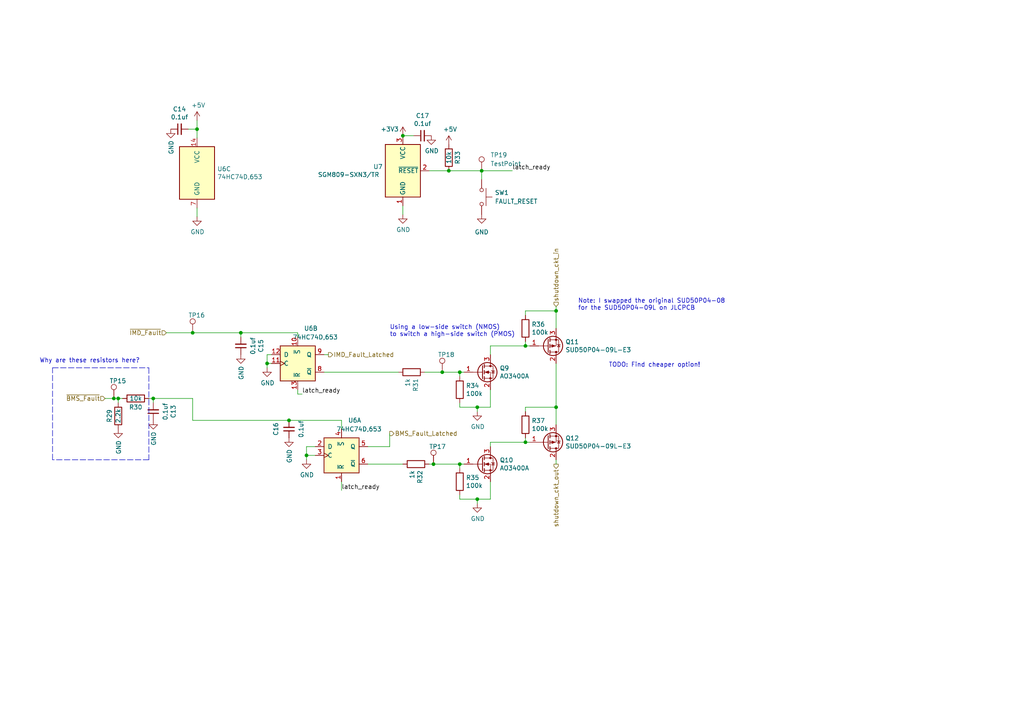
<source format=kicad_sch>
(kicad_sch (version 20211123) (generator eeschema)
  (paper "A4")
  (lib_symbols
    (symbol "74xx:74HC74" (pin_names (offset 1.016))
      (property "Reference" "U" (at -7.62 8.89 0))
      (property "Value" "74HC74" (at -7.62 -8.89 0))
      (symbol "74HC74_1_0"
        (pin input line (at 0 -7.62 90) (length 2.54) (name "~{R}") (number "1"))
        (pin input line (at -7.62 2.54 0) (length 2.54) (name "D") (number "2"))
        (pin input clock (at -7.62 0 0) (length 2.54) (name "C") (number "3"))
        (pin input line (at 0 7.62 270) (length 2.54) (name "~{S}") (number "4"))
        (pin output line (at 7.62 2.54 180) (length 2.54) (name "Q") (number "5"))
        (pin output line (at 7.62 -2.54 180) (length 2.54) (name "~{Q}") (number "6"))
      )
      (symbol "74HC74_1_1"
        (rectangle (start -5.08 5.08) (end 5.08 -5.08) (stroke (width 0.254)) (fill (type background)))
      )
      (symbol "74HC74_2_0"
        (pin input line (at 0 7.62 270) (length 2.54) (name "~{S}") (number "10"))
        (pin input clock (at -7.62 0 0) (length 2.54) (name "C") (number "11"))
        (pin input line (at -7.62 2.54 0) (length 2.54) (name "D") (number "12"))
        (pin input line (at 0 -7.62 90) (length 2.54) (name "~{R}") (number "13"))
        (pin output line (at 7.62 -2.54 180) (length 2.54) (name "~{Q}") (number "8"))
        (pin output line (at 7.62 2.54 180) (length 2.54) (name "Q") (number "9"))
      )
      (symbol "74HC74_2_1"
        (rectangle (start -5.08 5.08) (end 5.08 -5.08) (stroke (width 0.254)) (fill (type background)))
      )
      (symbol "74HC74_3_0"
        (pin power_in line (at 0 10.16 270) (length 2.54) (name "VCC") (number "14"))
        (pin power_in line (at 0 -10.16 90) (length 2.54) (name "GND") (number "7"))
      )
      (symbol "74HC74_3_1"
        (rectangle (start -5.08 7.62) (end 5.08 -7.62) (stroke (width 0.254)) (fill (type background)))
      )
    )
    (symbol "Connector:TestPoint" (pin_numbers hide) (pin_names (offset 0.762) hide)
      (property "Reference" "TP" (at 0 6.858 0))
      (property "Value" "TestPoint" (at 0 5.08 0))
      (symbol "TestPoint_0_1"
        (circle (center 0 3.302) (radius 0.762))
      )
      (symbol "TestPoint_1_1"
        (pin passive line (at 0 0 90) (length 2.54) (name "1") (number "1"))
      )
    )
    (symbol "Device:C_Small" (pin_numbers hide) (pin_names (offset 0.254) hide)
      (property "Reference" "C" (at 0.254 1.778 0))
      (property "Value" "C_Small" (at 0.254 -2.032 0))
      (symbol "C_Small_0_1"
        (polyline (pts (xy -1.524 -0.508) (xy 1.524 -0.508)) (stroke (width 0.3302)))
        (polyline (pts (xy -1.524 0.508) (xy 1.524 0.508)) (stroke (width 0.3048)))
      )
      (symbol "C_Small_1_1"
        (pin passive line (at 0 2.54 270) (length 2.032) (name "~") (number "1"))
        (pin passive line (at 0 -2.54 90) (length 2.032) (name "~") (number "2"))
      )
    )
    (symbol "Device:Q_NMOS_GSD" (pin_names (offset 0) hide)
      (property "Reference" "Q" (at 5.08 1.27 0))
      (property "Value" "Q_NMOS_GSD" (at 5.08 -1.27 0))
      (symbol "Q_NMOS_GSD_0_1"
        (polyline (pts (xy 0.254 0) (xy -2.54 0)))
        (polyline (pts (xy 0.254 1.905) (xy 0.254 -1.905)) (stroke (width 0.254)))
        (polyline (pts (xy 0.762 -1.27) (xy 0.762 -2.286)) (stroke (width 0.254)))
        (polyline (pts (xy 0.762 0.508) (xy 0.762 -0.508)) (stroke (width 0.254)))
        (polyline (pts (xy 0.762 2.286) (xy 0.762 1.27)) (stroke (width 0.254)))
        (polyline (pts (xy 2.54 2.54) (xy 2.54 1.778)))
        (polyline (pts (xy 2.54 -2.54) (xy 2.54 0) (xy 0.762 0)))
        (polyline (pts (xy 0.762 -1.778) (xy 3.302 -1.778) (xy 3.302 1.778) (xy 0.762 1.778)))
        (polyline (pts (xy 1.016 0) (xy 2.032 0.381) (xy 2.032 -0.381) (xy 1.016 0)) (fill (type outline)))
        (polyline (pts (xy 2.794 0.508) (xy 2.921 0.381) (xy 3.683 0.381) (xy 3.81 0.254)))
        (polyline (pts (xy 3.302 0.381) (xy 2.921 -0.254) (xy 3.683 -0.254) (xy 3.302 0.381)))
        (circle (center 1.651 0) (radius 2.794) (stroke (width 0.254)))
        (circle (center 2.54 -1.778) (radius 0.254) (fill (type outline)))
        (circle (center 2.54 1.778) (radius 0.254) (fill (type outline)))
      )
      (symbol "Q_NMOS_GSD_1_1"
        (pin input line (at -5.08 0 0) (length 2.54) (name "G") (number "1"))
        (pin passive line (at 2.54 -5.08 90) (length 2.54) (name "S") (number "2"))
        (pin passive line (at 2.54 5.08 270) (length 2.54) (name "D") (number "3"))
      )
    )
    (symbol "Device:Q_PMOS_GDS" (pin_names (offset 0) hide)
      (property "Reference" "Q" (at 5.08 1.27 0))
      (property "Value" "Q_PMOS_GDS" (at 5.08 -1.27 0))
      (symbol "Q_PMOS_GDS_0_1"
        (polyline (pts (xy 0.254 0) (xy -2.54 0)))
        (polyline (pts (xy 0.254 1.905) (xy 0.254 -1.905)) (stroke (width 0.254)))
        (polyline (pts (xy 0.762 -1.27) (xy 0.762 -2.286)) (stroke (width 0.254)))
        (polyline (pts (xy 0.762 0.508) (xy 0.762 -0.508)) (stroke (width 0.254)))
        (polyline (pts (xy 0.762 2.286) (xy 0.762 1.27)) (stroke (width 0.254)))
        (polyline (pts (xy 2.54 2.54) (xy 2.54 1.778)))
        (polyline (pts (xy 2.54 -2.54) (xy 2.54 0) (xy 0.762 0)))
        (polyline (pts (xy 0.762 1.778) (xy 3.302 1.778) (xy 3.302 -1.778) (xy 0.762 -1.778)))
        (polyline (pts (xy 2.286 0) (xy 1.27 0.381) (xy 1.27 -0.381) (xy 2.286 0)) (fill (type outline)))
        (polyline (pts (xy 2.794 -0.508) (xy 2.921 -0.381) (xy 3.683 -0.381) (xy 3.81 -0.254)))
        (polyline (pts (xy 3.302 -0.381) (xy 2.921 0.254) (xy 3.683 0.254) (xy 3.302 -0.381)))
        (circle (center 1.651 0) (radius 2.794) (stroke (width 0.254)))
        (circle (center 2.54 -1.778) (radius 0.254) (fill (type outline)))
        (circle (center 2.54 1.778) (radius 0.254) (fill (type outline)))
      )
      (symbol "Q_PMOS_GDS_1_1"
        (pin input line (at -5.08 0 0) (length 2.54) (name "G") (number "1"))
        (pin passive line (at 2.54 5.08 270) (length 2.54) (name "D") (number "2"))
        (pin passive line (at 2.54 -5.08 90) (length 2.54) (name "S") (number "3"))
      )
    )
    (symbol "Device:R" (pin_numbers hide) (pin_names (offset 0))
      (property "Reference" "R" (at 2.032 0 90))
      (property "Value" "R" (at 0 0 90))
      (symbol "R_0_1"
        (rectangle (start -1.016 -2.54) (end 1.016 2.54) (stroke (width 0.254)))
      )
      (symbol "R_1_1"
        (pin passive line (at 0 3.81 270) (length 1.27) (name "~") (number "1"))
        (pin passive line (at 0 -3.81 90) (length 1.27) (name "~") (number "2"))
      )
    )
    (symbol "Power_Supervisor:LM809"
      (property "Reference" "U" (at 2.54 12.7 0))
      (property "Value" "LM809" (at 5.08 10.16 0))
      (symbol "LM809_0_1"
        (rectangle (start 5.08 7.62) (end -5.08 -7.62) (stroke (width 0.254)) (fill (type background)))
      )
      (symbol "LM809_1_1"
        (pin power_in line (at 0 -10.16 90) (length 2.54) (name "GND") (number "1"))
        (pin output line (at 7.62 0 180) (length 2.54) (name "~{RESET}") (number "2"))
        (pin power_in line (at 0 10.16 270) (length 2.54) (name "VCC") (number "3"))
      )
    )
    (symbol "Switch:SW_Push" (pin_numbers hide) (pin_names (offset 1.016) hide)
      (property "Reference" "SW" (at 1.27 2.54 0))
      (property "Value" "SW_Push" (at 0 -1.524 0))
      (symbol "SW_Push_0_1"
        (circle (center -2.032 0) (radius 0.508))
        (polyline (pts (xy 0 1.27) (xy 0 3.048)))
        (polyline (pts (xy 2.54 1.27) (xy -2.54 1.27)))
        (circle (center 2.032 0) (radius 0.508))
        (pin passive line (at -5.08 0 0) (length 2.54) (name "1") (number "1"))
        (pin passive line (at 5.08 0 180) (length 2.54) (name "2") (number "2"))
      )
    )
    (symbol "power:+3.3V" (power) (pin_names (offset 0))
      (property "Value" "+3.3V" (at 0 3.556 0))
      (symbol "+3.3V_0_1"
        (polyline (pts (xy -0.762 1.27) (xy 0 2.54)))
        (polyline (pts (xy 0 0) (xy 0 2.54)))
        (polyline (pts (xy 0 2.54) (xy 0.762 1.27)))
      )
      (symbol "+3.3V_1_1"
        (pin power_in line (at 0 0 90) (length 0) hide (name "+3V3") (number "1"))
      )
    )
    (symbol "power:+5V" (power) (pin_names (offset 0))
      (property "Value" "+5V" (at 0 3.556 0))
      (symbol "+5V_0_1"
        (polyline (pts (xy -0.762 1.27) (xy 0 2.54)))
        (polyline (pts (xy 0 0) (xy 0 2.54)))
        (polyline (pts (xy 0 2.54) (xy 0.762 1.27)))
      )
      (symbol "+5V_1_1"
        (pin power_in line (at 0 0 90) (length 0) hide (name "+5V") (number "1"))
      )
    )
    (symbol "power:GND" (power) (pin_names (offset 0))
      (property "Value" "GND" (at 0 -3.81 0))
      (symbol "GND_0_1"
        (polyline (pts (xy 0 0) (xy 0 -1.27) (xy 1.27 -1.27) (xy 0 -2.54) (xy -1.27 -1.27) (xy 0 -1.27)))
      )
      (symbol "GND_1_1"
        (pin power_in line (at 0 0 270) (length 0) hide (name "GND") (number "1"))
      )
    )
  )
  (junction (at 152.4 128.27))
  (junction (at 139.7 49.53))
  (junction (at 130.175 49.53))
  (junction (at 116.84 39.37))
  (junction (at 138.43 118.11))
  (junction (at 33.02 115.57))
  (junction (at 133.35 134.62))
  (junction (at 83.82 121.92))
  (junction (at 128.27 107.95))
  (junction (at 152.4 100.33))
  (junction (at 77.47 105.41))
  (junction (at 88.9 132.08))
  (junction (at 161.29 90.17))
  (junction (at 138.43 144.78))
  (junction (at 44.45 115.57))
  (junction (at 57.15 37.465))
  (junction (at 69.85 96.52))
  (junction (at 161.29 118.11))
  (junction (at 34.29 115.57))
  (junction (at 55.88 96.52))
  (junction (at 125.73 134.62))
  (junction (at 133.35 107.95))
  (wire (pts (xy 93.98 107.95) (xy 115.57 107.95)))
  (wire (pts (xy 133.35 134.62) (xy 133.35 135.89)))
  (wire (pts (xy 152.4 90.17) (xy 161.29 90.17)))
  (wire (pts (xy 57.15 37.465) (xy 54.61 37.465)))
  (wire (pts (xy 152.4 128.27) (xy 152.4 127)))
  (polyline (pts (xy 43.18 133.35) (xy 15.24 133.35)))
  (wire (pts (xy 161.29 88.9) (xy 161.29 90.17)))
  (wire (pts (xy 130.175 49.53) (xy 139.7 49.53)))
  (wire (pts (xy 161.29 118.11) (xy 161.29 123.19)))
  (wire (pts (xy 142.24 128.27) (xy 152.4 128.27)))
  (wire (pts (xy 34.29 116.84) (xy 34.29 115.57)))
  (wire (pts (xy 69.85 96.52) (xy 69.85 97.79)))
  (wire (pts (xy 133.35 116.84) (xy 133.35 118.11)))
  (wire (pts (xy 91.44 129.54) (xy 88.9 129.54)))
  (wire (pts (xy 152.4 100.33) (xy 153.67 100.33)))
  (wire (pts (xy 133.35 118.11) (xy 138.43 118.11)))
  (polyline (pts (xy 43.18 106.68) (xy 43.18 133.35)))
  (wire (pts (xy 138.43 118.11) (xy 142.24 118.11)))
  (wire (pts (xy 133.35 109.22) (xy 133.35 107.95)))
  (wire (pts (xy 133.35 143.51) (xy 133.35 144.78)))
  (wire (pts (xy 86.36 114.3) (xy 87.63 114.3)))
  (wire (pts (xy 138.43 118.11) (xy 138.43 119.38)))
  (wire (pts (xy 44.45 116.84) (xy 44.45 115.57)))
  (wire (pts (xy 55.88 115.57) (xy 55.88 121.92)))
  (wire (pts (xy 88.9 133.35) (xy 88.9 132.08)))
  (wire (pts (xy 153.67 128.27) (xy 152.4 128.27)))
  (wire (pts (xy 161.29 90.17) (xy 161.29 95.25)))
  (wire (pts (xy 133.35 144.78) (xy 138.43 144.78)))
  (wire (pts (xy 69.85 96.52) (xy 86.36 96.52)))
  (polyline (pts (xy 15.24 106.68) (xy 43.18 106.68)))
  (wire (pts (xy 34.29 115.57) (xy 33.02 115.57)))
  (wire (pts (xy 57.15 34.925) (xy 57.15 37.465)))
  (wire (pts (xy 113.03 125.73) (xy 113.03 129.54)))
  (wire (pts (xy 152.4 118.11) (xy 161.29 118.11)))
  (wire (pts (xy 124.46 134.62) (xy 125.73 134.62)))
  (wire (pts (xy 133.35 107.95) (xy 134.62 107.95)))
  (wire (pts (xy 123.19 107.95) (xy 128.27 107.95)))
  (wire (pts (xy 55.88 96.52) (xy 69.85 96.52)))
  (wire (pts (xy 116.84 39.37) (xy 120.015 39.37)))
  (wire (pts (xy 48.26 96.52) (xy 55.88 96.52)))
  (wire (pts (xy 130.175 49.53) (xy 124.46 49.53)))
  (wire (pts (xy 77.47 102.87) (xy 77.47 105.41)))
  (wire (pts (xy 142.24 139.7) (xy 142.24 144.78)))
  (wire (pts (xy 138.43 146.05) (xy 138.43 144.78)))
  (wire (pts (xy 33.02 115.57) (xy 30.48 115.57)))
  (wire (pts (xy 116.84 62.23) (xy 116.84 59.69)))
  (wire (pts (xy 44.45 115.57) (xy 43.18 115.57)))
  (wire (pts (xy 139.7 49.53) (xy 148.59 49.53)))
  (wire (pts (xy 77.47 106.68) (xy 77.47 105.41)))
  (wire (pts (xy 44.45 115.57) (xy 55.88 115.57)))
  (wire (pts (xy 78.74 102.87) (xy 77.47 102.87)))
  (wire (pts (xy 99.06 121.92) (xy 99.06 124.46)))
  (wire (pts (xy 57.15 37.465) (xy 57.15 40.005)))
  (wire (pts (xy 142.24 102.87) (xy 142.24 100.33)))
  (wire (pts (xy 138.43 144.78) (xy 142.24 144.78)))
  (polyline (pts (xy 15.24 133.35) (xy 15.24 106.68)))
  (wire (pts (xy 161.29 105.41) (xy 161.29 118.11)))
  (wire (pts (xy 142.24 100.33) (xy 152.4 100.33)))
  (wire (pts (xy 152.4 91.44) (xy 152.4 90.17)))
  (wire (pts (xy 86.36 96.52) (xy 86.36 97.79)))
  (wire (pts (xy 93.98 102.87) (xy 95.25 102.87)))
  (wire (pts (xy 142.24 129.54) (xy 142.24 128.27)))
  (wire (pts (xy 55.88 121.92) (xy 83.82 121.92)))
  (wire (pts (xy 139.7 49.53) (xy 139.7 52.07)))
  (wire (pts (xy 88.9 129.54) (xy 88.9 132.08)))
  (wire (pts (xy 106.68 134.62) (xy 116.84 134.62)))
  (wire (pts (xy 83.82 121.92) (xy 99.06 121.92)))
  (wire (pts (xy 88.9 132.08) (xy 91.44 132.08)))
  (wire (pts (xy 152.4 99.06) (xy 152.4 100.33)))
  (wire (pts (xy 134.62 134.62) (xy 133.35 134.62)))
  (wire (pts (xy 34.29 115.57) (xy 35.56 115.57)))
  (wire (pts (xy 77.47 105.41) (xy 78.74 105.41)))
  (wire (pts (xy 142.24 113.03) (xy 142.24 118.11)))
  (wire (pts (xy 57.15 62.865) (xy 57.15 60.325)))
  (wire (pts (xy 161.29 133.35) (xy 161.29 134.62)))
  (wire (pts (xy 125.73 134.62) (xy 133.35 134.62)))
  (wire (pts (xy 106.68 129.54) (xy 113.03 129.54)))
  (wire (pts (xy 86.36 113.03) (xy 86.36 114.3)))
  (wire (pts (xy 152.4 119.38) (xy 152.4 118.11)))
  (wire (pts (xy 128.27 107.95) (xy 133.35 107.95)))
  (wire (pts (xy 99.06 139.7) (xy 99.06 142.24)))
  (text "Why are these resistors here?\n" (at 11.43 105.41 0) (effects (font (size 1.27 1.27)) (justify left bottom)))
  (text "TODO: Find cheaper option!" (at 176.53 106.68 0) (effects (font (size 1.27 1.27)) (justify left bottom)))
  (text "Using a low-side switch (NMOS)\nto switch a high-side switch (PMOS)" (at 113.03 97.79 0) (effects (font (size 1.27 1.27)) (justify left bottom)))
  (text "Note: I swapped the original SUD50P04-08\nfor the SUD50P04-09L on JLCPCB" (at 167.64 90.17 0) (effects (font (size 1.27 1.27)) (justify left bottom)))
  (label "latch_ready" (at 148.59 49.53 0))
  (label "latch_ready" (at 99.06 142.24 0))
  (label "latch_ready" (at 87.63 114.3 0))
  (hierarchical_label "BMS_Fault_Latched" (shape output) (at 113.03 125.73 0))
  (hierarchical_label "~{IMD_Fault}" (shape input) (at 48.26 96.52 180))
  (hierarchical_label "IMD_Fault_Latched" (shape output) (at 95.25 102.87 0))
  (hierarchical_label "shutdown_ckt_in" (shape input) (at 161.29 88.9 90))
  (hierarchical_label "shutdown_ckt_out" (shape output) (at 161.29 134.62 270))
  (hierarchical_label "~{BMS_Fault}" (shape input) (at 30.48 115.57 180))
  (symbol (lib_id "Device:R") (at 39.37 115.57 90) (unit 1)
    (property "Reference" "R30" (at 39.37 118.11 90))
    (property "Value" "10k" (at 39.37 115.57 90))
    (property "Footprint" "FixedTextSizes:R_0402_1005Metric" (effects hide))
    (property "Manufacturer" "." (effects hide))
    (property "Part Number" "." (effects hide))
    (property "Description" "RES SMD 10K OHM 1% 0603" (effects hide))
    (property "Package" "0603" (effects hide))
  )
  (symbol (lib_id "Device:C_Small") (at 44.45 119.38 180) (unit 1)
    (property "Reference" "C13" (at 50.2666 119.38 90))
    (property "Value" "0.1uf" (at 47.9552 119.38 90))
    (property "Footprint" "Capacitor_SMD:C_0402_1005Metric" (effects hide))
    (property "Manufacturer" "." (effects hide))
    (property "Part Number" "." (effects hide))
    (property "Description" "CAP CER 0.1UF 25V X7R 0603" (effects hide))
    (property "Package" "0603" (effects hide))
  )
  (symbol (lib_id "power:GND") (at 44.45 121.92 0) (unit 1)
    (property "Reference" "#PWR066" (effects hide))
    (property "Value" "GND" (at 44.577 125.1712 90) (effects (justify right)))
  )
  (symbol (lib_id "Device:R") (at 34.29 120.65 0) (unit 1)
    (property "Reference" "R29" (at 31.75 120.65 90))
    (property "Value" "2.2k" (at 34.29 120.65 90))
    (property "Footprint" "FixedTextSizes:R_0402_1005Metric" (effects hide))
    (property "Manufacturer" "." (effects hide))
    (property "Part Number" "." (effects hide))
    (property "Description" "RES SMD 2.2K OHM 1% 0603" (effects hide))
    (property "Package" "0603" (effects hide))
  )
  (symbol (lib_id "power:GND") (at 34.29 124.46 0) (unit 1)
    (property "Reference" "#PWR065" (effects hide))
    (property "Value" "GND" (at 34.417 127.7112 90) (effects (justify right)))
  )
  (symbol (lib_id "Device:Q_PMOS_GDS") (at 158.75 100.33 0) (mirror x) (unit 1)
    (property "Reference" "Q11" (at 163.9824 99.1616 0) (effects (justify left)))
    (property "Value" "SUD50P04-09L-E3" (at 163.9824 101.473 0) (effects (justify left)))
    (property "Footprint" "Package_TO_SOT_SMD:TO-252-3_TabPin2" (effects hide))
    (property "Datasheet" "https://datasheet.lcsc.com/lcsc/1804250020_Vishay-Intertech-SUD50P04-09L-E3_C141626.pdf" (effects hide))
    (property "Manufacturer" "Vishay Intertech" (effects hide))
    (property "Description" "P-Channel -40V 50A 3V @ 250uA 9.4mΩ @ 24A,10V 3W TO-252-2(DPAK) MOSFET RoHS" (effects hide))
    (property "Package" "TO-252-2" (effects hide))
  )
  (symbol (lib_id "Device:R") (at 152.4 95.25 0) (unit 1)
    (property "Reference" "R36" (at 154.178 94.0816 0) (effects (justify left)))
    (property "Value" "100k" (at 154.178 96.393 0) (effects (justify left)))
    (property "Footprint" "FixedTextSizes:R_0402_1005Metric" (effects hide))
  )
  (symbol (lib_id "Device:R") (at 152.4 123.19 0) (unit 1)
    (property "Reference" "R37" (at 154.178 122.0216 0) (effects (justify left)))
    (property "Value" "100k" (at 154.178 124.333 0) (effects (justify left)))
    (property "Footprint" "FixedTextSizes:R_0402_1005Metric" (effects hide))
  )
  (symbol (lib_id "Device:Q_NMOS_GSD") (at 139.7 107.95 0) (unit 1)
    (property "Reference" "Q9" (at 144.9324 106.7816 0) (effects (justify left)))
    (property "Value" "AO3400A" (at 144.9324 109.093 0) (effects (justify left)))
    (property "Footprint" "Package_TO_SOT_SMD:SOT-23" (effects hide))
    (property "Datasheet" "https://datasheet.lcsc.com/szlcsc/1812111733_Bourne-Semicon-Shenzhen-AO3400A_C344010.pdf" (effects hide))
  )
  (symbol (lib_id "Device:Q_NMOS_GSD") (at 139.7 134.62 0) (unit 1)
    (property "Reference" "Q10" (at 144.9324 133.4516 0) (effects (justify left)))
    (property "Value" "AO3400A" (at 144.9324 135.763 0) (effects (justify left)))
    (property "Footprint" "Package_TO_SOT_SMD:SOT-23" (effects hide))
    (property "Datasheet" "https://datasheet.lcsc.com/szlcsc/1812111733_Bourne-Semicon-Shenzhen-AO3400A_C344010.pdf" (effects hide))
  )
  (symbol (lib_id "power:GND") (at 138.43 119.38 0) (unit 1)
    (property "Reference" "#PWR078" (effects hide))
    (property "Value" "GND" (at 138.557 123.7742 0))
  )
  (symbol (lib_id "power:GND") (at 138.43 146.05 0) (unit 1)
    (property "Reference" "#PWR079" (effects hide))
    (property "Value" "GND" (at 138.557 150.4442 0))
  )
  (symbol (lib_id "Device:R") (at 133.35 113.03 0) (unit 1)
    (property "Reference" "R34" (at 135.128 111.8616 0) (effects (justify left)))
    (property "Value" "100k" (at 135.128 114.173 0) (effects (justify left)))
    (property "Footprint" "FixedTextSizes:R_0402_1005Metric" (effects hide))
  )
  (symbol (lib_id "Device:R") (at 133.35 139.7 0) (unit 1)
    (property "Reference" "R35" (at 135.128 138.5316 0) (effects (justify left)))
    (property "Value" "100k" (at 135.128 140.843 0) (effects (justify left)))
    (property "Footprint" "FixedTextSizes:R_0402_1005Metric" (effects hide))
  )
  (symbol (lib_id "power:GND") (at 77.47 106.68 0) (unit 1)
    (property "Reference" "#PWR071" (effects hide))
    (property "Value" "GND" (at 77.597 111.0742 0))
  )
  (symbol (lib_id "power:GND") (at 88.9 133.35 0) (unit 1)
    (property "Reference" "#PWR073" (effects hide))
    (property "Value" "GND" (at 89.027 137.7442 0))
  )
  (symbol (lib_id "Device:C_Small") (at 69.85 100.33 180) (unit 1)
    (property "Reference" "C15" (at 75.6666 100.33 90))
    (property "Value" "0.1uf" (at 73.3552 100.33 90))
    (property "Footprint" "Capacitor_SMD:C_0402_1005Metric" (effects hide))
    (property "Manufacturer" "." (effects hide))
    (property "Part Number" "." (effects hide))
    (property "Description" "CAP CER 0.1UF 25V X7R 0603" (effects hide))
    (property "Package" "0603" (effects hide))
  )
  (symbol (lib_id "power:GND") (at 69.85 102.87 0) (unit 1)
    (property "Reference" "#PWR070" (effects hide))
    (property "Value" "GND" (at 69.977 106.1212 90) (effects (justify right)))
  )
  (symbol (lib_id "74xx:74HC74") (at 57.15 50.165 0) (unit 3)
    (property "Reference" "U6" (at 62.992 48.9966 0) (effects (justify left)))
    (property "Value" "74HC74D,653" (at 62.992 51.308 0) (effects (justify left)))
    (property "Footprint" "Package_SO:SOIC-14_3.9x8.7mm_P1.27mm" (effects hide))
    (property "Datasheet" "https://datasheet.lcsc.com/lcsc/1809042011_Nexperia-74HC74D-653_C27597.pdf" (effects hide))
  )
  (symbol (lib_id "74xx:74HC74") (at 86.36 105.41 0) (unit 2)
    (property "Reference" "U6" (at 90.17 95.25 0))
    (property "Value" "74HC74D,653" (at 91.44 97.79 0))
    (property "Footprint" "Package_SO:SOIC-14_3.9x8.7mm_P1.27mm" (effects hide))
    (property "Datasheet" "https://datasheet.lcsc.com/lcsc/1809042011_Nexperia-74HC74D-653_C27597.pdf" (effects hide))
    (property "Manufacturer" "Nexperia" (effects hide))
    (property "Part Number" "74HC74D,653" (effects hide))
    (property "Description" "SOIC-14_150mil 74 Series RoHS" (effects hide))
    (property "Package" "SOIC-14_3.9x8.7x1.27P" (effects hide))
  )
  (symbol (lib_id "74xx:74HC74") (at 99.06 132.08 0) (unit 1)
    (property "Reference" "U6" (at 102.87 121.92 0))
    (property "Value" "74HC74D,653" (at 104.14 124.46 0))
    (property "Footprint" "Package_SO:SOIC-14_3.9x8.7mm_P1.27mm" (effects hide))
    (property "Datasheet" "https://datasheet.lcsc.com/lcsc/1809042011_Nexperia-74HC74D-653_C27597.pdf" (effects hide))
  )
  (symbol (lib_id "power:GND") (at 49.53 37.465 0) (unit 1)
    (property "Reference" "#PWR067" (effects hide))
    (property "Value" "GND" (at 49.657 40.7162 90) (effects (justify right)))
  )
  (symbol (lib_id "Device:C_Small") (at 52.07 37.465 90) (unit 1)
    (property "Reference" "C14" (at 52.07 31.6484 90))
    (property "Value" "0.1uf" (at 52.07 33.9598 90))
    (property "Footprint" "Capacitor_SMD:C_0402_1005Metric" (effects hide))
    (property "Manufacturer" "." (effects hide))
    (property "Part Number" "." (effects hide))
    (property "Description" "CAP CER 0.1UF 25V X7R 0603" (effects hide))
    (property "Package" "0603" (effects hide))
  )
  (symbol (lib_id "power:GND") (at 57.15 62.865 0) (unit 1)
    (property "Reference" "#PWR069" (effects hide))
    (property "Value" "GND" (at 57.277 67.2592 0))
  )
  (symbol (lib_id "Power_Supervisor:LM809") (at 116.84 49.53 0) (unit 1)
    (property "Reference" "U7" (at 111.0234 48.3616 0) (effects (justify right)))
    (property "Value" " SGM809-SXN3/TR " (at 111.0234 50.673 0) (effects (justify right)))
    (property "Footprint" "Package_TO_SOT_SMD:SOT-23" (effects hide))
    (property "Datasheet" "https://datasheet.lcsc.com/lcsc/1809051510_SGMICRO-SGM809-SXN3-TR_C49686.pdf" (effects hide))
    (property "Manufacturer" "SGMICRO" (effects hide))
    (property "Part Number" "SGM809-SXN3/TR " (effects hide))
    (property "Description" "Microprocessor Supervisory 1 2.93V Active Low Push-Pull SOT-23(SOT-23-3) Microprocessor & Microcontroller Supervisors RoHS" (effects hide))
    (property "Package" "SOT-23-3" (effects hide))
  )
  (symbol (lib_id "power:+3.3V") (at 116.84 39.37 0) (unit 1)
    (property "Reference" "#PWR074" (effects hide))
    (property "Value" "+3.3V" (at 113.03 37.465 0))
  )
  (symbol (lib_id "power:GND") (at 116.84 62.23 0) (unit 1)
    (property "Reference" "#PWR075" (effects hide))
    (property "Value" "GND" (at 116.967 66.6242 0))
  )
  (symbol (lib_id "Device:C_Small") (at 122.555 39.37 90) (unit 1)
    (property "Reference" "C17" (at 122.555 33.5534 90))
    (property "Value" "0.1uf" (at 122.555 35.8648 90))
    (property "Footprint" "Capacitor_SMD:C_0402_1005Metric" (effects hide))
    (property "Manufacturer" "." (effects hide))
    (property "Part Number" "." (effects hide))
    (property "Description" "CAP CER 0.1UF 25V X7R 0603" (effects hide))
    (property "Package" "0603" (effects hide))
  )
  (symbol (lib_id "power:GND") (at 125.095 39.37 0) (unit 1)
    (property "Reference" "#PWR076" (effects hide))
    (property "Value" "GND" (at 125.222 43.7642 0))
  )
  (symbol (lib_id "Device:R") (at 130.175 45.72 0) (unit 1)
    (property "Reference" "R33" (at 132.715 45.72 90))
    (property "Value" "10k" (at 130.175 45.72 90))
    (property "Footprint" "FixedTextSizes:R_0402_1005Metric" (effects hide))
    (property "Description" "RES SMD 10K OHM 1% 0603" (effects hide))
    (property "Package" "0603" (effects hide))
  )
  (symbol (lib_id "Device:R") (at 119.38 107.95 270) (unit 1)
    (property "Reference" "R31" (at 120.5484 109.728 0) (effects (justify left)))
    (property "Value" "1k" (at 118.237 109.728 0) (effects (justify left)))
    (property "Footprint" "FixedTextSizes:R_0402_1005Metric" (effects hide))
  )
  (symbol (lib_id "Device:R") (at 120.65 134.62 270) (unit 1)
    (property "Reference" "R32" (at 121.8184 136.398 0) (effects (justify left)))
    (property "Value" "1k" (at 119.507 136.398 0) (effects (justify left)))
    (property "Footprint" "FixedTextSizes:R_0402_1005Metric" (effects hide))
  )
  (symbol (lib_id "power:+5V") (at 57.15 34.925 0) (unit 1)
    (property "Reference" "#PWR068" (effects hide))
    (property "Value" "+5V" (at 57.531 30.5308 0))
  )
  (symbol (lib_id "power:+5V") (at 130.175 41.91 0) (unit 1)
    (property "Reference" "#PWR077" (effects hide))
    (property "Value" "+5V" (at 130.556 37.5158 0))
  )
  (symbol (lib_id "Device:Q_PMOS_GDS") (at 158.75 128.27 0) (mirror x) (unit 1)
    (property "Reference" "Q12" (at 163.9824 127.1016 0) (effects (justify left)))
    (property "Value" "SUD50P04-09L-E3" (at 163.9824 129.413 0) (effects (justify left)))
    (property "Footprint" "Package_TO_SOT_SMD:TO-252-3_TabPin2" (effects hide))
    (property "Datasheet" "https://datasheet.lcsc.com/lcsc/1804250020_Vishay-Intertech-SUD50P04-09L-E3_C141626.pdf" (effects hide))
    (property "Manufacturer" "Vishay Intertech" (effects hide))
    (property "Description" "P-Channel -40V 50A 3V @ 250uA 9.4mΩ @ 24A,10V 3W TO-252-2(DPAK) MOSFET RoHS" (effects hide))
    (property "Package" "TO-252-2" (effects hide))
  )
  (symbol (lib_id "Connector:TestPoint") (at 55.88 96.52 0) (unit 1)
    (property "Reference" "TP16" (at 54.61 91.44 0) (effects (justify left)))
    (property "Value" "TestPoint" (effects hide))
    (property "Footprint" "TestPoint:TestPoint_THTPad_D1.0mm_Drill0.5mm" (effects hide))
  )
  (symbol (lib_id "Connector:TestPoint") (at 128.27 107.95 0) (unit 1)
    (property "Reference" "TP18" (at 127 102.87 0) (effects (justify left)))
    (property "Value" "TestPoint" (effects hide))
    (property "Footprint" "TestPoint:TestPoint_THTPad_D1.0mm_Drill0.5mm" (effects hide))
  )
  (symbol (lib_id "Connector:TestPoint") (at 125.73 134.62 0) (unit 1)
    (property "Reference" "TP17" (at 124.46 129.54 0) (effects (justify left)))
    (property "Value" "TestPoint" (effects hide))
    (property "Footprint" "TestPoint:TestPoint_THTPad_D1.0mm_Drill0.5mm" (effects hide))
  )
  (symbol (lib_id "Connector:TestPoint") (at 33.02 115.57 0) (unit 1)
    (property "Reference" "TP15" (at 31.75 110.49 0) (effects (justify left)))
    (property "Value" "TestPoint" (effects hide))
    (property "Footprint" "TestPoint:TestPoint_THTPad_D1.0mm_Drill0.5mm" (effects hide))
  )
  (symbol (lib_id "power:GND") (at 83.82 127 0) (unit 1)
    (property "Reference" "#PWR072" (effects hide))
    (property "Value" "GND" (at 83.947 130.2512 90) (effects (justify right)))
  )
  (symbol (lib_id "Switch:SW_Push") (at 139.7 57.15 270) (unit 1)
    (property "Reference" "SW1" (at 143.51 55.8799 90) (effects (justify left)))
    (property "Value" "FAULT_RESET" (at 143.51 58.4199 90) (effects (justify left)))
    (property "Footprint" "Button_Switch_SMD:SW_DIP_SPSTx01_Slide_6.7x4.1mm_W8.61mm_P2.54mm_LowProfile" (effects hide))
  )
  (symbol (lib_id "Device:C_Small") (at 83.82 124.46 180) (unit 1)
    (property "Reference" "C16" (at 80.01 124.46 90))
    (property "Value" "0.1uf" (at 87.3252 124.46 90))
    (property "Footprint" "Capacitor_SMD:C_0402_1005Metric" (effects hide))
    (property "Manufacturer" "." (effects hide))
    (property "Part Number" "." (effects hide))
    (property "Description" "CAP CER 0.1UF 25V X7R 0603" (effects hide))
    (property "Package" "0603" (effects hide))
  )
  (symbol (lib_id "power:GND") (at 139.7 62.23 0) (unit 1)
    (property "Reference" "#PWR080" (effects hide))
    (property "Value" "GND" (at 139.7 67.31 0))
  )
  (symbol (lib_id "Connector:TestPoint") (at 139.7 49.53 0) (unit 1)
    (property "Reference" "TP19" (at 142.24 44.9579 0) (effects (justify left)))
    (property "Value" "TestPoint" (at 142.24 47.4979 0) (effects (justify left)))
    (property "Footprint" "TestPoint:TestPoint_THTPad_D1.0mm_Drill0.5mm" (effects hide))
  )
)
</source>
